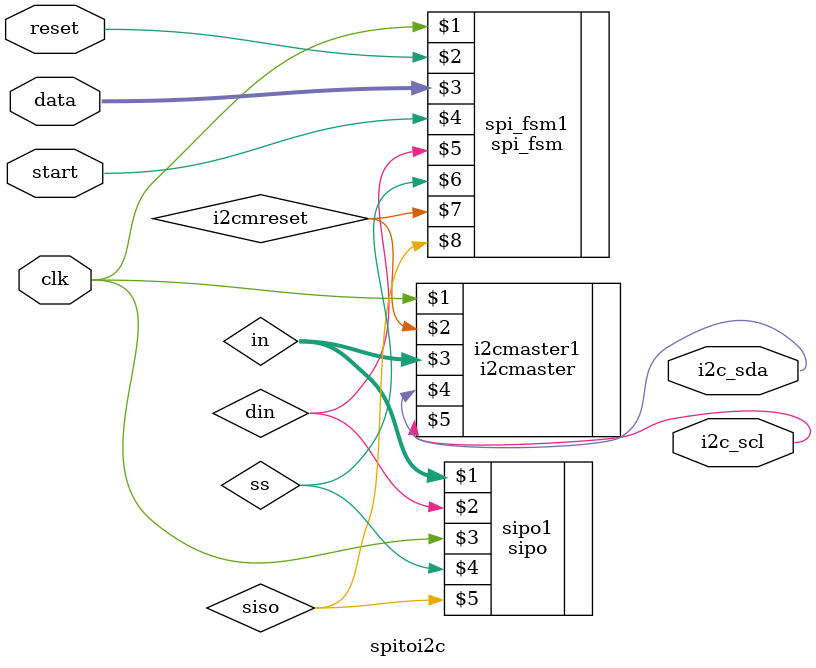
<source format=v>
`timescale 1ns / 1ps
`include "sipo.v"
`include "i2cslave.v"
`include "i2cmaster.v"
`include "spi_fsm.v"

module spitoi2c(
input start,
input [7:0]data,
input clk,
input reset,
output i2c_sda,
output i2c_scl
    );
	 
//wire mosi;
wire ss;	
wire din; 
wire done;
wire siso;
wire [7:0]in;
wire i2cmreset;
	 
spi_fsm spi_fsm1(
clk,
reset,
data,
start,
din,
ss,
i2cmreset,
siso
);

sipo sipo1(
in,
din,
clk,
ss,
siso
//.ndone(i2cmreset)
);

i2cmaster i2cmaster1(
clk,
i2cmreset,
in,
i2c_sda,
i2c_scl
);

//bridge bridge1(
//.mosi(mosi),
//.ss(ss),
//.clk(clk),
//.miso(siso),
//.i2c_sda(i2c_sda),
//.i2c_scl(i2c_scl)
//);

//i2cslave i2cslave1(
//.i2c_sda(i2c_sda),
//.i2c_scl(i2c_scl)
//);

endmodule


</source>
